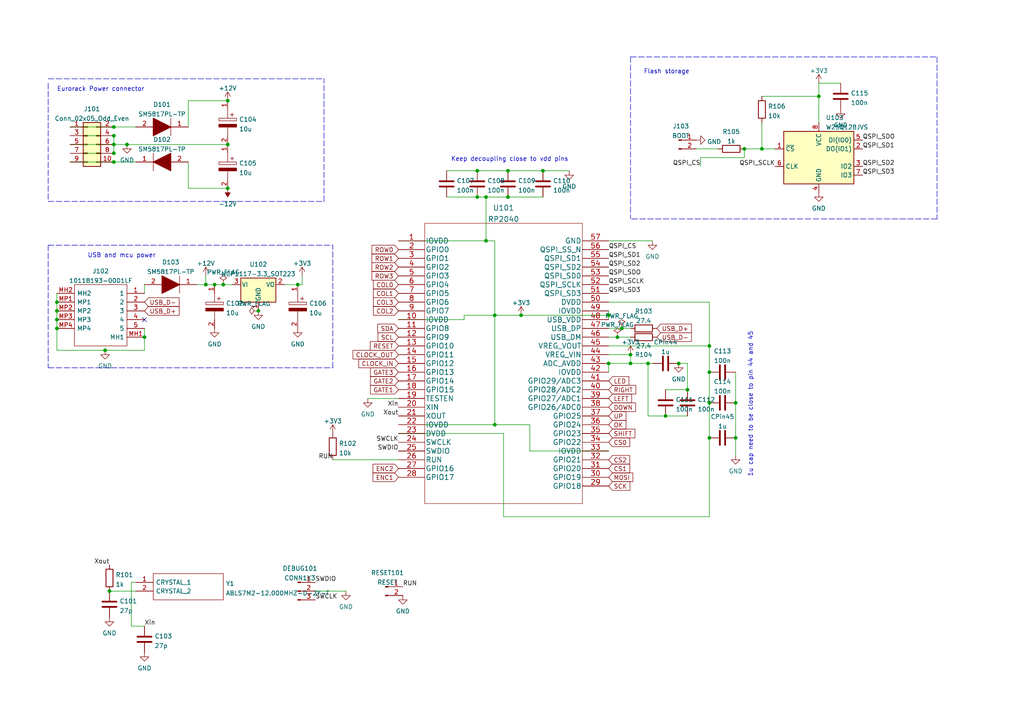
<source format=kicad_sch>
(kicad_sch (version 20211123) (generator eeschema)
  (paper "A4")
  (lib_symbols
    (symbol "Connector:Conn_01x02_Male" (pin_names (offset 1.016) hide)
      (property "Reference" "J" (at 0 2.54 0))
      (property "Value" "Conn_01x02_Male" (at 0 -5.08 0))
      (symbol "Conn_01x02_Male_1_1"
        (polyline (pts (xy 1.27 -2.54) (xy 0.8636 -2.54)) (stroke (width 0.1524)))
        (polyline (pts (xy 1.27 0) (xy 0.8636 0)) (stroke (width 0.1524)))
        (rectangle (start 0.8636 -2.413) (end 0 -2.667) (stroke (width 0.1524)) (fill (type outline)))
        (rectangle (start 0.8636 0.127) (end 0 -0.127) (stroke (width 0.1524)) (fill (type outline)))
        (pin passive line (at 5.08 0 180) (length 3.81) (name "Pin_1") (number "1"))
        (pin passive line (at 5.08 -2.54 180) (length 3.81) (name "Pin_2") (number "2"))
      )
    )
    (symbol "Connector:Conn_01x03_Male" (pin_names (offset 1.016) hide)
      (property "Reference" "J" (at 0 5.08 0))
      (property "Value" "Conn_01x03_Male" (at 0 -5.08 0))
      (symbol "Conn_01x03_Male_1_1"
        (polyline (pts (xy 1.27 -2.54) (xy 0.8636 -2.54)) (stroke (width 0.1524)))
        (polyline (pts (xy 1.27 0) (xy 0.8636 0)) (stroke (width 0.1524)))
        (polyline (pts (xy 1.27 2.54) (xy 0.8636 2.54)) (stroke (width 0.1524)))
        (rectangle (start 0.8636 -2.413) (end 0 -2.667) (stroke (width 0.1524)) (fill (type outline)))
        (rectangle (start 0.8636 0.127) (end 0 -0.127) (stroke (width 0.1524)) (fill (type outline)))
        (rectangle (start 0.8636 2.667) (end 0 2.413) (stroke (width 0.1524)) (fill (type outline)))
        (pin passive line (at 5.08 2.54 180) (length 3.81) (name "Pin_1") (number "1"))
        (pin passive line (at 5.08 0 180) (length 3.81) (name "Pin_2") (number "2"))
        (pin passive line (at 5.08 -2.54 180) (length 3.81) (name "Pin_3") (number "3"))
      )
    )
    (symbol "Connector_Generic:Conn_02x05_Odd_Even" (pin_names (offset 1.016) hide)
      (property "Reference" "J" (at 1.27 7.62 0))
      (property "Value" "Conn_02x05_Odd_Even" (at 1.27 -7.62 0))
      (symbol "Conn_02x05_Odd_Even_1_1"
        (rectangle (start -1.27 -4.953) (end 0 -5.207) (stroke (width 0.1524)))
        (rectangle (start -1.27 -2.413) (end 0 -2.667) (stroke (width 0.1524)))
        (rectangle (start -1.27 0.127) (end 0 -0.127) (stroke (width 0.1524)))
        (rectangle (start -1.27 2.667) (end 0 2.413) (stroke (width 0.1524)))
        (rectangle (start -1.27 5.207) (end 0 4.953) (stroke (width 0.1524)))
        (rectangle (start -1.27 6.35) (end 3.81 -6.35) (stroke (width 0.254)) (fill (type background)))
        (rectangle (start 3.81 -4.953) (end 2.54 -5.207) (stroke (width 0.1524)))
        (rectangle (start 3.81 -2.413) (end 2.54 -2.667) (stroke (width 0.1524)))
        (rectangle (start 3.81 0.127) (end 2.54 -0.127) (stroke (width 0.1524)))
        (rectangle (start 3.81 2.667) (end 2.54 2.413) (stroke (width 0.1524)))
        (rectangle (start 3.81 5.207) (end 2.54 4.953) (stroke (width 0.1524)))
        (pin passive line (at -5.08 5.08 0) (length 3.81) (name "Pin_1") (number "1"))
        (pin passive line (at 7.62 -5.08 180) (length 3.81) (name "Pin_10") (number "10"))
        (pin passive line (at 7.62 5.08 180) (length 3.81) (name "Pin_2") (number "2"))
        (pin passive line (at -5.08 2.54 0) (length 3.81) (name "Pin_3") (number "3"))
        (pin passive line (at 7.62 2.54 180) (length 3.81) (name "Pin_4") (number "4"))
        (pin passive line (at -5.08 0 0) (length 3.81) (name "Pin_5") (number "5"))
        (pin passive line (at 7.62 0 180) (length 3.81) (name "Pin_6") (number "6"))
        (pin passive line (at -5.08 -2.54 0) (length 3.81) (name "Pin_7") (number "7"))
        (pin passive line (at 7.62 -2.54 180) (length 3.81) (name "Pin_8") (number "8"))
        (pin passive line (at -5.08 -5.08 0) (length 3.81) (name "Pin_9") (number "9"))
      )
    )
    (symbol "Device:C" (pin_numbers hide) (pin_names (offset 0.254))
      (property "Reference" "C" (at 0.635 2.54 0))
      (property "Value" "C" (at 0.635 -2.54 0))
      (symbol "C_0_1"
        (polyline (pts (xy -2.032 -0.762) (xy 2.032 -0.762)) (stroke (width 0.508)))
        (polyline (pts (xy -2.032 0.762) (xy 2.032 0.762)) (stroke (width 0.508)))
      )
      (symbol "C_1_1"
        (pin passive line (at 0 3.81 270) (length 2.794) (name "~") (number "1"))
        (pin passive line (at 0 -3.81 90) (length 2.794) (name "~") (number "2"))
      )
    )
    (symbol "Device:R" (pin_numbers hide) (pin_names (offset 0))
      (property "Reference" "R" (at 2.032 0 90))
      (property "Value" "R" (at 0 0 90))
      (symbol "R_0_1"
        (rectangle (start -1.016 -2.54) (end 1.016 2.54) (stroke (width 0.254)))
      )
      (symbol "R_1_1"
        (pin passive line (at 0 3.81 270) (length 1.27) (name "~") (number "1"))
        (pin passive line (at 0 -3.81 90) (length 1.27) (name "~") (number "2"))
      )
    )
    (symbol "Memory_Flash:W25Q128JVS"
      (property "Reference" "U" (at -8.89 8.89 0))
      (property "Value" "W25Q128JVS" (at 7.62 8.89 0))
      (symbol "W25Q128JVS_0_1"
        (rectangle (start -10.16 7.62) (end 10.16 -7.62) (stroke (width 0.254)) (fill (type background)))
      )
      (symbol "W25Q128JVS_1_1"
        (pin input line (at -12.7 2.54 0) (length 2.54) (name "~{CS}") (number "1"))
        (pin bidirectional line (at 12.7 2.54 180) (length 2.54) (name "DO(IO1)") (number "2"))
        (pin bidirectional line (at 12.7 -2.54 180) (length 2.54) (name "IO2") (number "3"))
        (pin power_in line (at 0 -10.16 90) (length 2.54) (name "GND") (number "4"))
        (pin bidirectional line (at 12.7 5.08 180) (length 2.54) (name "DI(IO0)") (number "5"))
        (pin input line (at -12.7 -2.54 0) (length 2.54) (name "CLK") (number "6"))
        (pin bidirectional line (at 12.7 -5.08 180) (length 2.54) (name "IO3") (number "7"))
        (pin power_in line (at 0 10.16 270) (length 2.54) (name "VCC") (number "8"))
      )
    )
    (symbol "RP2040:RP2040" (pin_names (offset 0.254))
      (property "Reference" "U102" (at 30.48 9.5474 0))
      (property "Value" "RP2040" (at 30.48 6.2684 0))
      (symbol "RP2040_1_1"
        (polyline (pts (xy 7.62 -76.2) (xy 53.34 -76.2)) (stroke (width 0.127)))
        (polyline (pts (xy 7.62 5.08) (xy 7.62 -76.2)) (stroke (width 0.127)))
        (polyline (pts (xy 53.34 -76.2) (xy 53.34 5.08)) (stroke (width 0.127)))
        (polyline (pts (xy 53.34 5.08) (xy 7.62 5.08)) (stroke (width 0.127)))
        (pin power_in line (at 0 0 0) (length 7.62) (name "IOVDD") (number "1"))
        (pin power_in line (at 0 -22.86 0) (length 7.62) (name "IOVDD") (number "10"))
        (pin bidirectional line (at 0 -25.4 0) (length 7.62) (name "GPIO8") (number "11"))
        (pin bidirectional line (at 0 -27.94 0) (length 7.62) (name "GPIO9") (number "12"))
        (pin bidirectional line (at 0 -30.48 0) (length 7.62) (name "GPIO10") (number "13"))
        (pin bidirectional line (at 0 -33.02 0) (length 7.62) (name "GPIO11") (number "14"))
        (pin bidirectional line (at 0 -35.56 0) (length 7.62) (name "GPIO12") (number "15"))
        (pin bidirectional line (at 0 -38.1 0) (length 7.62) (name "GPIO13") (number "16"))
        (pin bidirectional line (at 0 -40.64 0) (length 7.62) (name "GPIO14") (number "17"))
        (pin bidirectional line (at 0 -43.18 0) (length 7.62) (name "GPIO15") (number "18"))
        (pin passive line (at 0 -45.72 0) (length 7.62) (name "TESTEN") (number "19"))
        (pin bidirectional line (at 0 -2.54 0) (length 7.62) (name "GPIO0") (number "2"))
        (pin input line (at 0 -48.26 0) (length 7.62) (name "XIN") (number "20"))
        (pin output line (at 0 -50.8 0) (length 7.62) (name "XOUT") (number "21"))
        (pin power_in line (at 0 -53.34 0) (length 7.62) (name "IOVDD") (number "22"))
        (pin power_in line (at 0 -55.88 0) (length 7.62) (name "DVDD") (number "23"))
        (pin bidirectional line (at 0 -58.42 0) (length 7.62) (name "SWCLK") (number "24"))
        (pin bidirectional line (at 0 -60.96 0) (length 7.62) (name "SWDIO") (number "25"))
        (pin bidirectional line (at 0 -63.5 0) (length 7.62) (name "RUN") (number "26"))
        (pin bidirectional line (at 0 -66.04 0) (length 7.62) (name "GPIO16") (number "27"))
        (pin bidirectional line (at 0 -68.58 0) (length 7.62) (name "GPIO17") (number "28"))
        (pin bidirectional line (at 60.96 -71.12 180) (length 7.62) (name "GPIO18") (number "29"))
        (pin bidirectional line (at 0 -5.08 0) (length 7.62) (name "GPIO1") (number "3"))
        (pin bidirectional line (at 60.96 -68.58 180) (length 7.62) (name "GPIO19") (number "30"))
        (pin bidirectional line (at 60.96 -66.04 180) (length 7.62) (name "GPIO20") (number "31"))
        (pin bidirectional line (at 60.96 -63.5 180) (length 7.62) (name "GPIO21") (number "32"))
        (pin power_in line (at 60.96 -60.96 180) (length 7.62) (name "IOVDD") (number "33"))
        (pin bidirectional line (at 60.96 -58.42 180) (length 7.62) (name "GPIO22") (number "34"))
        (pin bidirectional line (at 60.96 -55.88 180) (length 7.62) (name "GPIO23") (number "35"))
        (pin bidirectional line (at 60.96 -53.34 180) (length 7.62) (name "GPIO24") (number "36"))
        (pin bidirectional line (at 60.96 -50.8 180) (length 7.62) (name "GPIO25") (number "37"))
        (pin bidirectional line (at 60.96 -48.26 180) (length 7.62) (name "GPIO26/ADC0") (number "38"))
        (pin bidirectional line (at 60.96 -45.72 180) (length 7.62) (name "GPIO27/ADC1") (number "39"))
        (pin bidirectional line (at 0 -7.62 0) (length 7.62) (name "GPIO2") (number "4"))
        (pin bidirectional line (at 60.96 -43.18 180) (length 7.62) (name "GPIO28/ADC2") (number "40"))
        (pin bidirectional line (at 60.96 -40.64 180) (length 7.62) (name "GPIO29/ADC3") (number "41"))
        (pin power_in line (at 60.96 -38.1 180) (length 7.62) (name "IOVDD") (number "42"))
        (pin power_in line (at 60.96 -35.56 180) (length 7.62) (name "ADC_AVDD") (number "43"))
        (pin input line (at 60.96 -33.02 180) (length 7.62) (name "VREG_VIN") (number "44"))
        (pin power_out line (at 60.96 -30.48 180) (length 7.62) (name "VREG_VOUT") (number "45"))
        (pin power_in line (at 60.96 -27.94 180) (length 7.62) (name "USB_DM") (number "46"))
        (pin power_in line (at 60.96 -25.4 180) (length 7.62) (name "USB_DP") (number "47"))
        (pin power_in line (at 60.96 -22.86 180) (length 7.62) (name "USB_VDD") (number "48"))
        (pin power_in line (at 60.96 -20.32 180) (length 7.62) (name "IOVDD") (number "49"))
        (pin bidirectional line (at 0 -10.16 0) (length 7.62) (name "GPIO3") (number "5"))
        (pin power_in line (at 60.96 -17.78 180) (length 7.62) (name "DVDD") (number "50"))
        (pin bidirectional line (at 60.96 -15.24 180) (length 7.62) (name "QSPI_SD3") (number "51"))
        (pin bidirectional line (at 60.96 -12.7 180) (length 7.62) (name "QSPI_SCLK") (number "52"))
        (pin bidirectional line (at 60.96 -10.16 180) (length 7.62) (name "QSPI_SD0") (number "53"))
        (pin bidirectional line (at 60.96 -7.62 180) (length 7.62) (name "QSPI_SD2") (number "54"))
        (pin bidirectional line (at 60.96 -5.08 180) (length 7.62) (name "QSPI_SD1") (number "55"))
        (pin bidirectional line (at 60.96 -2.54 180) (length 7.62) (name "QSPI_SS_N") (number "56"))
        (pin power_in line (at 60.96 0 180) (length 7.62) (name "GND") (number "57"))
        (pin bidirectional line (at 0 -12.7 0) (length 7.62) (name "GPIO4") (number "6"))
        (pin bidirectional line (at 0 -15.24 0) (length 7.62) (name "GPIO5") (number "7"))
        (pin bidirectional line (at 0 -17.78 0) (length 7.62) (name "GPIO6") (number "8"))
        (pin bidirectional line (at 0 -20.32 0) (length 7.62) (name "GPIO7") (number "9"))
      )
    )
    (symbol "Regulator_Linear:NCP1117-3.3_SOT223" (pin_names (offset 0.254))
      (property "Reference" "U" (at -3.81 3.175 0))
      (property "Value" "NCP1117-3.3_SOT223" (at 0 3.175 0))
      (symbol "NCP1117-3.3_SOT223_0_1"
        (rectangle (start -5.08 -5.08) (end 5.08 1.905) (stroke (width 0.254)) (fill (type background)))
      )
      (symbol "NCP1117-3.3_SOT223_1_1"
        (pin power_in line (at 0 -7.62 90) (length 2.54) (name "GND") (number "1"))
        (pin power_out line (at 7.62 0 180) (length 2.54) (name "VO") (number "2"))
        (pin power_in line (at -7.62 0 0) (length 2.54) (name "VI") (number "3"))
      )
    )
    (symbol "power:+12V" (power) (pin_names (offset 0))
      (property "Value" "+12V" (at 0 3.556 0))
      (symbol "+12V_0_1"
        (polyline (pts (xy -0.762 1.27) (xy 0 2.54)))
        (polyline (pts (xy 0 0) (xy 0 2.54)))
        (polyline (pts (xy 0 2.54) (xy 0.762 1.27)))
      )
      (symbol "+12V_1_1"
        (pin power_in line (at 0 0 90) (length 0) hide (name "+12V") (number "1"))
      )
    )
    (symbol "power:+3.3V" (power) (pin_names (offset 0))
      (property "Value" "+3.3V" (at 0 3.556 0))
      (symbol "+3.3V_0_1"
        (polyline (pts (xy -0.762 1.27) (xy 0 2.54)))
        (polyline (pts (xy 0 0) (xy 0 2.54)))
        (polyline (pts (xy 0 2.54) (xy 0.762 1.27)))
      )
      (symbol "+3.3V_1_1"
        (pin power_in line (at 0 0 90) (length 0) hide (name "+3V3") (number "1"))
      )
    )
    (symbol "power:+3V3" (power) (pin_names (offset 0))
      (property "Value" "+3V3" (at 0 3.556 0))
      (symbol "+3V3_0_1"
        (polyline (pts (xy -0.762 1.27) (xy 0 2.54)))
        (polyline (pts (xy 0 0) (xy 0 2.54)))
        (polyline (pts (xy 0 2.54) (xy 0.762 1.27)))
      )
      (symbol "+3V3_1_1"
        (pin power_in line (at 0 0 90) (length 0) hide (name "+3V3") (number "1"))
      )
    )
    (symbol "power:-12V" (power) (pin_names (offset 0))
      (property "Value" "-12V" (at 0 3.81 0))
      (symbol "-12V_0_0"
        (pin power_in line (at 0 0 90) (length 0) hide (name "-12V") (number "1"))
      )
      (symbol "-12V_0_1"
        (polyline (pts (xy 0 0) (xy 0 1.27) (xy 0.762 1.27) (xy 0 2.54) (xy -0.762 1.27) (xy 0 1.27)) (fill (type outline)))
      )
    )
    (symbol "power:GND" (power) (pin_names (offset 0))
      (property "Value" "GND" (at 0 -3.81 0))
      (symbol "GND_0_1"
        (polyline (pts (xy 0 0) (xy 0 -1.27) (xy 1.27 -1.27) (xy 0 -2.54) (xy -1.27 -1.27) (xy 0 -1.27)))
      )
      (symbol "GND_1_1"
        (pin power_in line (at 0 0 270) (length 0) hide (name "GND") (number "1"))
      )
    )
    (symbol "power:PWR_FLAG" (power) (pin_numbers hide) (pin_names (offset 0) hide)
      (property "Value" "PWR_FLAG" (at 0 3.81 0))
      (symbol "PWR_FLAG_0_0"
        (pin power_out line (at 0 0 90) (length 0) (name "pwr") (number "1"))
      )
      (symbol "PWR_FLAG_0_1"
        (polyline (pts (xy 0 0) (xy 0 1.27) (xy -1.016 1.905) (xy 0 2.54) (xy 1.016 1.905) (xy 0 1.27)))
      )
    )
    (symbol "samsys:10118193-0001LF" (pin_names (offset 0.762))
      (property "Reference" "J" (at 21.59 7.62 0))
      (property "Value" "10118193-0001LF" (at 21.59 5.08 0))
      (symbol "10118193-0001LF_0_0"
        (pin passive line (at 0 0 0) (length 5.08) (name "1") (number "1"))
        (pin passive line (at 0 -2.54 0) (length 5.08) (name "2") (number "2"))
        (pin passive line (at 0 -5.08 0) (length 5.08) (name "3") (number "3"))
        (pin passive line (at 0 -7.62 0) (length 5.08) (name "4") (number "4"))
        (pin passive line (at 0 -10.16 0) (length 5.08) (name "5") (number "5"))
        (pin passive line (at 0 -12.7 0) (length 5.08) (name "MH1") (number "MH1"))
        (pin passive line (at 25.4 0 180) (length 5.08) (name "MH2") (number "MH2"))
        (pin passive line (at 25.4 -2.54 180) (length 5.08) (name "MP1") (number "MP1"))
        (pin passive line (at 25.4 -5.08 180) (length 5.08) (name "MP2") (number "MP2"))
        (pin passive line (at 25.4 -7.62 180) (length 5.08) (name "MP3") (number "MP3"))
        (pin passive line (at 25.4 -10.16 180) (length 5.08) (name "MP4") (number "MP4"))
      )
      (symbol "10118193-0001LF_0_1"
        (polyline (pts (xy 5.08 2.54) (xy 20.32 2.54) (xy 20.32 -15.24) (xy 5.08 -15.24) (xy 5.08 2.54)) (stroke (width 0.1524)))
      )
    )
    (symbol "samsys:865230340001" (pin_names (offset 0.762))
      (property "Reference" "C" (at 8.89 6.35 0))
      (property "Value" "865230340001" (at 8.89 3.81 0))
      (symbol "865230340001_0_0"
        (pin passive line (at 0 0 0) (length 2.54) (name "~") (number "1"))
        (pin passive line (at 12.7 0 180) (length 2.54) (name "~") (number "2"))
      )
      (symbol "865230340001_0_1"
        (polyline (pts (xy 2.54 0) (xy 5.08 0)) (stroke (width 0.1524)))
        (polyline (pts (xy 4.064 1.778) (xy 4.064 0.762)) (stroke (width 0.1524)))
        (polyline (pts (xy 4.572 1.27) (xy 3.556 1.27)) (stroke (width 0.1524)))
        (polyline (pts (xy 7.62 0) (xy 10.16 0)) (stroke (width 0.1524)))
        (polyline (pts (xy 5.08 2.54) (xy 5.08 -2.54) (xy 5.842 -2.54) (xy 5.842 2.54) (xy 5.08 2.54)) (stroke (width 0.1524)))
        (polyline (pts (xy 7.62 2.54) (xy 7.62 -2.54) (xy 6.858 -2.54) (xy 6.858 2.54) (xy 7.62 2.54)) (stroke (width 0.254)) (fill (type outline)))
      )
    )
    (symbol "samsys:ABLS7M2-12.000MHZ-D-2Y-T" (pin_names (offset 0.762))
      (property "Reference" "Y" (at 26.67 7.62 0))
      (property "Value" "ABLS7M2-12.000MHZ-D-2Y-T" (at 26.67 5.08 0))
      (symbol "ABLS7M2-12.000MHZ-D-2Y-T_0_0"
        (pin passive line (at 0 0 0) (length 5.08) (name "CRYSTAL_1") (number "1"))
        (pin passive line (at 0 -2.54 0) (length 5.08) (name "CRYSTAL_2") (number "2"))
      )
      (symbol "ABLS7M2-12.000MHZ-D-2Y-T_0_1"
        (polyline (pts (xy 5.08 2.54) (xy 25.4 2.54) (xy 25.4 -5.08) (xy 5.08 -5.08) (xy 5.08 2.54)) (stroke (width 0.1524)))
      )
    )
    (symbol "samsys:SM5817PL-TP" (pin_names (offset 0.762))
      (property "Reference" "D" (at 11.43 5.08 0))
      (property "Value" "SM5817PL-TP" (at 11.43 2.54 0))
      (symbol "SM5817PL-TP_0_0"
        (pin passive line (at 0 0 0) (length 5.08) (name "~") (number "1"))
        (pin passive line (at 15.24 0 180) (length 5.08) (name "~") (number "2"))
      )
      (symbol "SM5817PL-TP_0_1"
        (polyline (pts (xy 5.08 2.54) (xy 5.08 -2.54)) (stroke (width 0.1524)))
        (polyline (pts (xy 5.08 0) (xy 10.16 2.54) (xy 10.16 -2.54) (xy 5.08 0)) (stroke (width 0.254)) (fill (type outline)))
      )
    )
  )
  (junction (at 182.88 102.87))
  (junction (at 33.02 46.99))
  (junction (at 33.02 39.37))
  (junction (at 33.02 41.91))
  (junction (at 66.04 41.91))
  (junction (at 205.74 107.95))
  (junction (at 64.77 82.55))
  (junction (at 62.23 82.55))
  (junction (at 179.07 97.79))
  (junction (at 30.48 101.6))
  (junction (at 59.69 82.55))
  (junction (at 143.51 91.44))
  (junction (at 86.36 82.55))
  (junction (at 215.9 43.18))
  (junction (at 143.51 123.19))
  (junction (at 140.97 57.15))
  (junction (at 66.04 54.61))
  (junction (at 176.53 105.41))
  (junction (at 176.53 91.44))
  (junction (at 199.39 113.03))
  (junction (at 213.36 116.84))
  (junction (at 196.85 105.41))
  (junction (at 16.51 90.17))
  (junction (at 213.36 127))
  (junction (at 33.02 36.83))
  (junction (at 220.98 43.18))
  (junction (at 66.04 29.21))
  (junction (at 16.51 87.63))
  (junction (at 205.74 116.84))
  (junction (at 182.88 105.41))
  (junction (at 138.43 57.15))
  (junction (at 205.74 100.33))
  (junction (at 16.51 92.71))
  (junction (at 138.43 49.53))
  (junction (at 187.96 105.41))
  (junction (at 33.02 44.45))
  (junction (at 16.51 95.25))
  (junction (at 147.32 49.53))
  (junction (at 41.91 97.79))
  (junction (at 140.97 69.85))
  (junction (at 31.75 171.45))
  (junction (at 205.74 127))
  (junction (at 74.93 90.17))
  (junction (at 151.13 91.44))
  (junction (at 147.32 57.15))
  (junction (at 36.83 41.91))
  (junction (at 193.04 120.65))
  (junction (at 180.34 95.25))
  (junction (at 237.49 27.94))
  (junction (at 157.48 49.53))
  (no_connect (at 41.91 92.71))
  (wire (pts (xy 115.57 69.85) (xy 140.97 69.85)))
  (wire (pts (xy 153.67 130.81) (xy 153.67 123.19)))
  (wire (pts (xy 140.97 57.15) (xy 147.32 57.15)))
  (wire (pts (xy 138.43 57.15) (xy 140.97 57.15)))
  (wire (pts (xy 115.57 125.73) (xy 146.05 125.73)))
  (wire (pts (xy 86.36 82.55) (xy 87.63 82.55)))
  (wire (pts (xy 199.39 105.41) (xy 196.85 105.41)))
  (wire (pts (xy 151.13 91.44) (xy 143.51 91.44)))
  (wire (pts (xy 205.74 116.84) (xy 205.74 107.95)))
  (wire (pts (xy 38.1 168.91) (xy 38.1 181.61)))
  (wire (pts (xy 193.04 120.65) (xy 199.39 120.65)))
  (wire (pts (xy 176.53 87.63) (xy 205.74 87.63)))
  (wire (pts (xy 140.97 69.85) (xy 143.51 69.85)))
  (polyline (pts (xy 13.97 58.42) (xy 93.98 58.42)))
  (wire (pts (xy 153.67 123.19) (xy 143.51 123.19)))
  (wire (pts (xy 205.74 107.95) (xy 205.74 100.33)))
  (polyline (pts (xy 13.97 24.13) (xy 13.97 58.42)))
  (wire (pts (xy 20.32 39.37) (xy 33.02 39.37)))
  (wire (pts (xy 91.44 171.45) (xy 100.33 171.45)))
  (wire (pts (xy 62.23 82.55) (xy 64.77 82.55)))
  (wire (pts (xy 33.02 41.91) (xy 36.83 41.91)))
  (wire (pts (xy 30.48 101.6) (xy 41.91 101.6)))
  (wire (pts (xy 16.51 90.17) (xy 16.51 92.71)))
  (wire (pts (xy 176.53 91.44) (xy 151.13 91.44)))
  (wire (pts (xy 96.52 133.35) (xy 115.57 133.35)))
  (wire (pts (xy 215.9 45.72) (xy 203.2 45.72)))
  (wire (pts (xy 199.39 113.03) (xy 199.39 105.41)))
  (wire (pts (xy 180.34 95.25) (xy 182.88 95.25)))
  (wire (pts (xy 33.02 36.83) (xy 39.37 36.83)))
  (wire (pts (xy 176.53 105.41) (xy 182.88 105.41)))
  (wire (pts (xy 57.15 82.55) (xy 59.69 82.55)))
  (wire (pts (xy 87.63 80.01) (xy 87.63 82.55)))
  (wire (pts (xy 129.54 57.15) (xy 138.43 57.15)))
  (wire (pts (xy 205.74 127) (xy 205.74 116.84)))
  (polyline (pts (xy 93.98 58.42) (xy 93.98 22.86)))
  (wire (pts (xy 66.04 29.21) (xy 54.61 29.21)))
  (wire (pts (xy 20.32 41.91) (xy 33.02 41.91)))
  (wire (pts (xy 33.02 39.37) (xy 33.02 41.91)))
  (wire (pts (xy 41.91 101.6) (xy 41.91 97.79)))
  (polyline (pts (xy 13.97 106.68) (xy 96.52 106.68)))
  (wire (pts (xy 237.49 24.13) (xy 237.49 27.94)))
  (wire (pts (xy 176.53 130.81) (xy 153.67 130.81)))
  (wire (pts (xy 36.83 41.91) (xy 66.04 41.91)))
  (wire (pts (xy 187.96 120.65) (xy 193.04 120.65)))
  (wire (pts (xy 134.62 92.71) (xy 115.57 92.71)))
  (wire (pts (xy 143.51 91.44) (xy 143.51 123.19)))
  (wire (pts (xy 187.96 105.41) (xy 189.23 105.41)))
  (wire (pts (xy 205.74 87.63) (xy 205.74 100.33)))
  (wire (pts (xy 143.51 91.44) (xy 134.62 91.44)))
  (wire (pts (xy 176.53 69.85) (xy 189.23 69.85)))
  (wire (pts (xy 143.51 91.44) (xy 143.51 69.85)))
  (wire (pts (xy 41.91 82.55) (xy 41.91 85.09)))
  (wire (pts (xy 213.36 107.95) (xy 213.36 116.84)))
  (wire (pts (xy 82.55 82.55) (xy 86.36 82.55)))
  (wire (pts (xy 140.97 57.15) (xy 140.97 69.85)))
  (wire (pts (xy 220.98 35.56) (xy 220.98 43.18)))
  (wire (pts (xy 176.53 91.44) (xy 176.53 92.71)))
  (wire (pts (xy 201.93 43.18) (xy 208.28 43.18)))
  (wire (pts (xy 38.1 181.61) (xy 41.91 181.61)))
  (wire (pts (xy 213.36 127) (xy 213.36 132.08)))
  (wire (pts (xy 143.51 123.19) (xy 115.57 123.19)))
  (wire (pts (xy 41.91 95.25) (xy 41.91 97.79)))
  (wire (pts (xy 146.05 125.73) (xy 146.05 149.86)))
  (wire (pts (xy 220.98 27.94) (xy 237.49 27.94)))
  (wire (pts (xy 193.04 113.03) (xy 199.39 113.03)))
  (polyline (pts (xy 96.52 106.68) (xy 96.52 71.12)))
  (wire (pts (xy 20.32 46.99) (xy 33.02 46.99)))
  (wire (pts (xy 179.07 97.79) (xy 182.88 97.79)))
  (wire (pts (xy 220.98 43.18) (xy 224.79 43.18)))
  (polyline (pts (xy 182.88 16.51) (xy 271.78 16.51)))
  (wire (pts (xy 213.36 116.84) (xy 213.36 127)))
  (wire (pts (xy 33.02 46.99) (xy 39.37 46.99)))
  (wire (pts (xy 16.51 101.6) (xy 30.48 101.6)))
  (wire (pts (xy 138.43 49.53) (xy 147.32 49.53)))
  (wire (pts (xy 147.32 49.53) (xy 157.48 49.53)))
  (polyline (pts (xy 13.97 71.12) (xy 96.52 71.12)))
  (wire (pts (xy 106.68 115.57) (xy 115.57 115.57)))
  (wire (pts (xy 182.88 102.87) (xy 182.88 105.41)))
  (polyline (pts (xy 271.78 63.5) (xy 182.88 63.5)))
  (wire (pts (xy 59.69 80.01) (xy 59.69 82.55)))
  (wire (pts (xy 20.32 36.83) (xy 33.02 36.83)))
  (wire (pts (xy 64.77 82.55) (xy 67.31 82.55)))
  (polyline (pts (xy 182.88 16.51) (xy 182.88 63.5)))
  (wire (pts (xy 203.2 45.72) (xy 203.2 48.26)))
  (wire (pts (xy 182.88 105.41) (xy 187.96 105.41)))
  (wire (pts (xy 176.53 95.25) (xy 180.34 95.25)))
  (wire (pts (xy 59.69 82.55) (xy 62.23 82.55)))
  (wire (pts (xy 16.51 87.63) (xy 16.51 90.17)))
  (wire (pts (xy 134.62 91.44) (xy 134.62 92.71)))
  (wire (pts (xy 187.96 105.41) (xy 187.96 120.65)))
  (polyline (pts (xy 271.78 16.51) (xy 271.78 63.5)))
  (wire (pts (xy 39.37 168.91) (xy 38.1 168.91)))
  (wire (pts (xy 16.51 92.71) (xy 16.51 95.25)))
  (wire (pts (xy 54.61 29.21) (xy 54.61 36.83)))
  (wire (pts (xy 16.51 85.09) (xy 16.51 87.63)))
  (wire (pts (xy 205.74 149.86) (xy 205.74 127)))
  (polyline (pts (xy 13.97 71.12) (xy 13.97 106.68)))
  (wire (pts (xy 215.9 43.18) (xy 215.9 45.72)))
  (wire (pts (xy 16.51 95.25) (xy 16.51 101.6)))
  (wire (pts (xy 54.61 54.61) (xy 54.61 46.99)))
  (wire (pts (xy 205.74 100.33) (xy 176.53 100.33)))
  (wire (pts (xy 243.84 24.13) (xy 237.49 24.13)))
  (wire (pts (xy 66.04 54.61) (xy 54.61 54.61)))
  (wire (pts (xy 176.53 90.17) (xy 176.53 91.44)))
  (wire (pts (xy 146.05 149.86) (xy 205.74 149.86)))
  (wire (pts (xy 176.53 105.41) (xy 176.53 107.95)))
  (wire (pts (xy 176.53 102.87) (xy 182.88 102.87)))
  (wire (pts (xy 20.32 44.45) (xy 33.02 44.45)))
  (wire (pts (xy 176.53 97.79) (xy 179.07 97.79)))
  (wire (pts (xy 129.54 49.53) (xy 138.43 49.53)))
  (wire (pts (xy 215.9 43.18) (xy 220.98 43.18)))
  (wire (pts (xy 237.49 27.94) (xy 237.49 35.56)))
  (wire (pts (xy 33.02 41.91) (xy 33.02 44.45)))
  (wire (pts (xy 157.48 49.53) (xy 165.1 49.53)))
  (wire (pts (xy 147.32 57.15) (xy 157.48 57.15)))
  (wire (pts (xy 31.75 171.45) (xy 39.37 171.45)))
  (polyline (pts (xy 13.97 22.86) (xy 93.98 22.86)))
  (text "USB and mcu power\n" (at 25.4 74.93 0) (effects (font (size 1.27 1.27)) (justify left bottom)))
  (text "1u cap need to be close to pin 44 and 45" (at 218.44 138.43 90) (effects (font (size 1.27 1.27)) (justify left bottom)))
  (text "Flash storage\n" (at 186.69 21.59 0) (effects (font (size 1.27 1.27)) (justify left bottom)))
  (text "Eurorack Power connector" (at 16.51 26.67 0) (effects (font (size 1.27 1.27)) (justify left bottom)))
  (text "Keep decoupling close to vdd pins" (at 130.81 46.99 0) (effects (font (size 1.27 1.27)) (justify left bottom)))
  (label "Xout" (at 115.57 120.65 180))
  (label "QSPI_SCLK" (at 176.53 82.55 0))
  (label "SWDIO" (at 91.44 168.91 0))
  (label "QSPI_SD3" (at 176.53 85.09 0))
  (label "QSPI_SCLK" (at 224.79 48.26 180))
  (label "RUN" (at 96.52 133.35 180))
  (label "QSPI_CS" (at 203.2 48.26 180))
  (label "Xout" (at 31.75 163.83 180))
  (label "QSPI_SD2" (at 250.19 48.26 0))
  (label "QSPI_CS" (at 176.53 72.39 0))
  (label "RUN" (at 116.84 170.18 0))
  (label "QSPI_SD2" (at 176.53 77.47 0))
  (label "QSPI_SD1" (at 176.53 74.93 0))
  (label "SWCLK" (at 91.44 173.99 0))
  (label "QSPI_SDO" (at 176.53 80.01 0))
  (label "SWCLK" (at 115.57 128.27 180))
  (label "SWDIO" (at 115.57 130.81 180))
  (label "QSPI_SDO" (at 250.19 40.64 0))
  (label "QSPI_SD3" (at 250.19 50.8 0))
  (label "Xin" (at 115.57 118.11 180))
  (label "Xin" (at 41.91 181.61 0))
  (label "QSPI_SD1" (at 250.19 43.18 0))
  (global_label "ROW0" (shape input) (at 115.57 72.39 180) (property "Intersheet References" "${INTERSHEET_REFS}" (effects hide)))
  (global_label "USB_D+" (shape input) (at 41.91 90.17 0) (property "Intersheet References" "${INTERSHEET_REFS}" (effects hide)))
  (global_label "CS2" (shape input) (at 176.53 133.35 0) (property "Intersheet References" "${INTERSHEET_REFS}" (effects hide)))
  (global_label "OK" (shape input) (at 176.53 123.19 0) (property "Intersheet References" "${INTERSHEET_REFS}" (effects hide)))
  (global_label "GATE1" (shape input) (at 115.57 113.03 180) (property "Intersheet References" "${INTERSHEET_REFS}" (effects hide)))
  (global_label "COL2" (shape input) (at 115.57 90.17 180) (property "Intersheet References" "${INTERSHEET_REFS}" (effects hide)))
  (global_label "UP" (shape input) (at 176.53 120.65 0) (property "Intersheet References" "${INTERSHEET_REFS}" (effects hide)))
  (global_label "ROW1" (shape input) (at 115.57 74.93 180) (property "Intersheet References" "${INTERSHEET_REFS}" (effects hide)))
  (global_label "CLOCK_IN" (shape input) (at 115.57 105.41 180) (property "Intersheet References" "${INTERSHEET_REFS}" (effects hide)))
  (global_label "GATE3" (shape input) (at 115.57 107.95 180) (property "Intersheet References" "${INTERSHEET_REFS}" (effects hide)))
  (global_label "SHIFT" (shape input) (at 176.53 125.73 0) (property "Intersheet References" "${INTERSHEET_REFS}" (effects hide)))
  (global_label "RESET" (shape input) (at 115.57 100.33 180) (property "Intersheet References" "${INTERSHEET_REFS}" (effects hide)))
  (global_label "GATE2" (shape input) (at 115.57 110.49 180) (property "Intersheet References" "${INTERSHEET_REFS}" (effects hide)))
  (global_label "SDA" (shape input) (at 115.57 95.25 180) (property "Intersheet References" "${INTERSHEET_REFS}" (effects hide)))
  (global_label "LEFT" (shape input) (at 176.53 115.57 0) (property "Intersheet References" "${INTERSHEET_REFS}" (effects hide)))
  (global_label "ROW2" (shape input) (at 115.57 77.47 180) (property "Intersheet References" "${INTERSHEET_REFS}" (effects hide)))
  (global_label "SCL" (shape input) (at 115.57 97.79 180) (property "Intersheet References" "${INTERSHEET_REFS}" (effects hide)))
  (global_label "CS0" (shape input) (at 176.53 128.27 0) (property "Intersheet References" "${INTERSHEET_REFS}" (effects hide)))
  (global_label "LED" (shape input) (at 176.53 110.49 0) (property "Intersheet References" "${INTERSHEET_REFS}" (effects hide)))
  (global_label "RIGHT" (shape input) (at 176.53 113.03 0) (property "Intersheet References" "${INTERSHEET_REFS}" (effects hide)))
  (global_label "COL1" (shape input) (at 115.57 85.09 180) (property "Intersheet References" "${INTERSHEET_REFS}" (effects hide)))
  (global_label "DOWN" (shape input) (at 176.53 118.11 0) (property "Intersheet References" "${INTERSHEET_REFS}" (effects hide)))
  (global_label "USB_D-" (shape input) (at 41.91 87.63 0) (property "Intersheet References" "${INTERSHEET_REFS}" (effects hide)))
  (global_label "COL0" (shape input) (at 115.57 82.55 180) (property "Intersheet References" "${INTERSHEET_REFS}" (effects hide)))
  (global_label "ENC1" (shape input) (at 115.57 138.43 180) (property "Intersheet References" "${INTERSHEET_REFS}" (effects hide)))
  (global_label "MOSI" (shape input) (at 176.53 138.43 0) (property "Intersheet References" "${INTERSHEET_REFS}" (effects hide)))
  (global_label "USB_D-" (shape input) (at 190.5 97.79 0) (property "Intersheet References" "${INTERSHEET_REFS}" (effects hide)))
  (global_label "ROW3" (shape input) (at 115.57 80.01 180) (property "Intersheet References" "${INTERSHEET_REFS}" (effects hide)))
  (global_label "CS1" (shape input) (at 176.53 135.89 0) (property "Intersheet References" "${INTERSHEET_REFS}" (effects hide)))
  (global_label "USB_D+" (shape input) (at 190.5 95.25 0) (property "Intersheet References" "${INTERSHEET_REFS}" (effects hide)))
  (global_label "COL3" (shape input) (at 115.57 87.63 180) (property "Intersheet References" "${INTERSHEET_REFS}" (effects hide)))
  (global_label "CLOCK_OUT" (shape input) (at 115.57 102.87 180) (property "Intersheet References" "${INTERSHEET_REFS}" (effects hide)))
  (global_label "ENC2" (shape input) (at 115.57 135.89 180) (property "Intersheet References" "${INTERSHEET_REFS}" (effects hide)))
  (global_label "SCK" (shape input) (at 176.53 140.97 0) (property "Intersheet References" "${INTERSHEET_REFS}" (effects hide)))
  (symbol (lib_id "power:GND") (at 74.93 90.17 0) (unit 1)
    (property "Reference" "#PWR0113" (effects hide))
    (property "Value" "GND" (at 74.93 94.7325 0))
  )
  (symbol (lib_id "samsys:10118193-0001LF") (at 41.91 85.09 0) (mirror y) (unit 1)
    (property "Reference" "J102" (at 29.21 78.6343 0))
    (property "Value" "10118193-0001LF" (at 29.21 81.4094 0))
    (property "Footprint" "101181930001LF" (effects hide))
    (property "Datasheet" "https://datasheet.datasheetarchive.com/originals/distributors/Datasheets_SAMA/035be5b62fc6b7a9cadde58b72893b5e.pdf" (effects hide))
    (property "Description" "USB Connectors 5P MICRO USB TYPE B RECEPTACLE W/ PEGS" (effects hide))
    (property "Height" "3.1" (effects hide))
    (property "Mouser Part Number" "649-10118193-0001LF" (effects hide))
    (property "Mouser Price/Stock" "https://www.mouser.co.uk/ProductDetail/Amphenol-FCI/10118193-0001LF?qs=Ywefl8B65e63Nsqd%252B8HZaQ%3D%3D" (effects hide))
    (property "Manufacturer_Name" "Amphenol" (effects hide))
    (property "Manufacturer_Part_Number" "10118193-0001LF" (effects hide))
  )
  (symbol (lib_id "power:GND") (at 31.75 179.07 0) (unit 1)
    (property "Reference" "#PWR0118" (effects hide))
    (property "Value" "GND" (at 31.75 183.6325 0))
  )
  (symbol (lib_id "power:GND") (at 189.23 69.85 0) (unit 1)
    (property "Reference" "#PWR0104" (effects hide))
    (property "Value" "GND" (at 189.23 74.4125 0))
  )
  (symbol (lib_id "power:GND") (at 106.68 115.57 0) (unit 1)
    (property "Reference" "#PWR0116" (effects hide))
    (property "Value" "GND" (at 106.68 120.1325 0))
  )
  (symbol (lib_id "power:GND") (at 237.49 55.88 0) (unit 1)
    (property "Reference" "#PWR0105" (effects hide))
    (property "Value" "GND" (at 237.49 60.4425 0))
  )
  (symbol (lib_id "power:GND") (at 100.33 171.45 0) (unit 1)
    (property "Reference" "#PWR0119" (effects hide))
    (property "Value" "GND" (at 100.33 176.0125 0))
  )
  (symbol (lib_id "power:GND") (at 41.91 189.23 0) (unit 1)
    (property "Reference" "#PWR0117" (effects hide))
    (property "Value" "GND" (at 41.91 193.7925 0))
  )
  (symbol (lib_id "Device:R") (at 31.75 167.64 0) (unit 1)
    (property "Reference" "R101" (at 33.528 166.7315 0) (effects (justify left)))
    (property "Value" "1k" (at 33.528 169.5066 0) (effects (justify left)))
    (property "Footprint" "Resistor_SMD:R_0603_1608Metric_Pad0.98x0.95mm_HandSolder" (effects hide))
  )
  (symbol (lib_id "Device:C") (at 147.32 53.34 0) (unit 1)
    (property "Reference" "C109" (at 150.241 52.4315 0) (effects (justify left)))
    (property "Value" "100n" (at 150.241 55.2066 0) (effects (justify left)))
    (property "Footprint" "Capacitor_SMD:C_0603_1608Metric_Pad1.08x0.95mm_HandSolder" (effects hide))
  )
  (symbol (lib_id "power:PWR_FLAG") (at 64.77 82.55 0) (unit 1)
    (property "Reference" "#FLG0101" (effects hide))
    (property "Value" "PWR_FLAG" (at 64.77 78.9455 0))
  )
  (symbol (lib_id "Device:C") (at 209.55 127 90) (unit 1)
    (property "Reference" "CPin45" (at 209.55 120.8745 90))
    (property "Value" "1u" (at 209.55 123.6496 90))
    (property "Footprint" "Capacitor_SMD:C_0603_1608Metric_Pad1.08x0.95mm_HandSolder" (effects hide))
  )
  (symbol (lib_id "power:GND") (at 196.85 105.41 0) (unit 1)
    (property "Reference" "#PWR0108" (effects hide))
    (property "Value" "GND" (at 196.85 109.9725 0))
  )
  (symbol (lib_id "samsys:865230340001") (at 62.23 82.55 270) (unit 1)
    (property "Reference" "C102" (at 65.532 87.9915 90) (effects (justify left)))
    (property "Value" "10u" (at 65.532 90.7666 90) (effects (justify left)))
    (property "Footprint" "SamacSys:CAPAE530X550N" (effects hide))
    (property "Datasheet" "https://katalog.we-online.de/pbs/datasheet/865230340001.pdf" (effects hide))
    (property "Description" "Wurth Elektronik 10uF 16 V dc Aluminium Electrolytic Capacitor, WCAP-AS5H Series 5000h 5.5 (Dia.) x 3.85mm" (effects hide))
    (property "Height" "5.5" (effects hide))
    (property "Mouser Part Number" "710-865230340001" (effects hide))
    (property "Mouser Price/Stock" "https://www.mouser.co.uk/ProductDetail/Wurth-Elektronik/865230340001/?qs=0KOYDY2FL2%252Bzxv1i1hQ%252BAA%3D%3D" (effects hide))
    (property "Manufacturer_Name" "Wurth Elektronik" (effects hide))
    (property "Manufacturer_Part_Number" "865230340001" (effects hide))
  )
  (symbol (lib_id "Device:C") (at 157.48 53.34 0) (unit 1)
    (property "Reference" "C110" (at 160.401 52.4315 0) (effects (justify left)))
    (property "Value" "100n" (at 160.401 55.2066 0) (effects (justify left)))
    (property "Footprint" "Capacitor_SMD:C_0603_1608Metric_Pad1.08x0.95mm_HandSolder" (effects hide))
  )
  (symbol (lib_id "Connector:Conn_01x03_Male") (at 86.36 171.45 0) (unit 1)
    (property "Reference" "DEBUG101" (at 86.995 164.8673 0))
    (property "Value" "CONN1X3" (at 86.995 167.6424 0))
    (property "Footprint" "Connector_PinSocket_2.54mm:PinSocket_1x03_P2.54mm_Vertical" (effects hide))
  )
  (symbol (lib_id "samsys:865230340001") (at 66.04 41.91 270) (unit 1)
    (property "Reference" "C105" (at 69.342 47.3515 90) (effects (justify left)))
    (property "Value" "10u" (at 69.342 50.1266 90) (effects (justify left)))
    (property "Footprint" "SamacSys:CAPAE530X550N" (effects hide))
    (property "Datasheet" "https://katalog.we-online.de/pbs/datasheet/865230340001.pdf" (effects hide))
    (property "Description" "Wurth Elektronik 10uF 16 V dc Aluminium Electrolytic Capacitor, WCAP-AS5H Series 5000h 5.5 (Dia.) x 3.85mm" (effects hide))
    (property "Height" "5.5" (effects hide))
    (property "Mouser Part Number" "710-865230340001" (effects hide))
    (property "Mouser Price/Stock" "https://www.mouser.co.uk/ProductDetail/Wurth-Elektronik/865230340001/?qs=0KOYDY2FL2%252Bzxv1i1hQ%252BAA%3D%3D" (effects hide))
    (property "Manufacturer_Name" "Wurth Elektronik" (effects hide))
    (property "Manufacturer_Part_Number" "865230340001" (effects hide))
  )
  (symbol (lib_id "power:GND") (at 243.84 31.75 0) (unit 1)
    (property "Reference" "#PWR0106" (effects hide))
    (property "Value" "GND" (at 243.84 36.3125 0))
  )
  (symbol (lib_id "samsys:SM5817PL-TP") (at 54.61 36.83 180) (unit 1)
    (property "Reference" "D101" (at 46.99 30.3235 0))
    (property "Value" "SM5817PL-TP" (at 46.99 33.0986 0))
    (property "Footprint" "SOD3716X120N" (effects hide))
    (property "Datasheet" "https://datasheet.datasheetarchive.com/originals/distributors/Datasheets_SAMA/ab0a875b47d238c53872efc34b7dc384.pdf" (effects hide))
    (property "Description" "Rectifiers Standard 20V 1A" (effects hide))
    (property "Height" "1.2" (effects hide))
    (property "Mouser Part Number" "833-SM5817PL-TP" (effects hide))
    (property "Mouser Price/Stock" "https://www.mouser.co.uk/ProductDetail/Micro-Commercial-Components-MCC/SM5817PL-TP?qs=SdqRYZZ9IxAlhPsFLNd53A%3D%3D" (effects hide))
    (property "Manufacturer_Name" "Micro Commercial Components (MCC)" (effects hide))
    (property "Manufacturer_Part_Number" "SM5817PL-TP" (effects hide))
  )
  (symbol (lib_id "Device:R") (at 186.69 97.79 270) (mirror x) (unit 1)
    (property "Reference" "R104" (at 186.69 102.87 90))
    (property "Value" "27.4" (at 186.69 100.33 90))
    (property "Footprint" "Resistor_SMD:R_0603_1608Metric_Pad0.98x0.95mm_HandSolder" (effects hide))
  )
  (symbol (lib_id "power:GND") (at 86.36 95.25 0) (unit 1)
    (property "Reference" "#PWR0110" (effects hide))
    (property "Value" "GND" (at 86.36 99.8125 0))
  )
  (symbol (lib_id "Memory_Flash:W25Q128JVS") (at 237.49 45.72 0) (unit 1)
    (property "Reference" "U103" (at 239.5094 34.1335 0) (effects (justify left)))
    (property "Value" "W25Q128JVS" (at 239.5094 36.9086 0) (effects (justify left)))
    (property "Footprint" "Package_SO:SOIC-8_5.23x5.23mm_P1.27mm" (effects hide))
    (property "Datasheet" "http://www.winbond.com/resource-files/w25q128jv_dtr%20revc%2003272018%20plus.pdf" (effects hide))
  )
  (symbol (lib_id "power:GND") (at 165.1 49.53 0) (unit 1)
    (property "Reference" "#PWR0103" (effects hide))
    (property "Value" "GND" (at 165.1 54.0925 0))
  )
  (symbol (lib_id "power:PWR_FLAG") (at 179.07 97.79 0) (unit 1)
    (property "Reference" "#FLG0102" (effects hide))
    (property "Value" "PWR_FLAG" (at 179.07 94.1855 0))
  )
  (symbol (lib_id "power:+3.3V") (at 237.49 24.13 0) (unit 1)
    (property "Reference" "#PWR0156" (effects hide))
    (property "Value" "+3.3V" (at 237.49 20.5255 0))
  )
  (symbol (lib_id "power:+3.3V") (at 96.52 125.73 0) (unit 1)
    (property "Reference" "#PWR0121" (effects hide))
    (property "Value" "+3.3V" (at 96.52 122.1255 0))
  )
  (symbol (lib_id "Device:C") (at 193.04 116.84 0) (unit 1)
    (property "Reference" "C111" (at 195.961 115.9315 0) (effects (justify left)))
    (property "Value" "100n" (at 195.961 118.7066 0) (effects (justify left)))
    (property "Footprint" "Capacitor_SMD:C_0603_1608Metric_Pad1.08x0.95mm_HandSolder" (effects hide))
  )
  (symbol (lib_id "power:GND") (at 30.48 101.6 0) (unit 1)
    (property "Reference" "#PWR0112" (effects hide))
    (property "Value" "GND" (at 30.48 106.1625 0))
  )
  (symbol (lib_id "RP2040:RP2040") (at 115.57 69.85 0) (unit 1)
    (property "Reference" "U101" (at 146.05 60.3026 0) (effects (font (size 1.524 1.524))))
    (property "Value" "RP2040" (at 146.05 63.5816 0) (effects (font (size 1.524 1.524))))
    (property "Footprint" "RP2040:RP2040" (effects hide))
  )
  (symbol (lib_id "Device:C") (at 243.84 27.94 0) (unit 1)
    (property "Reference" "C115" (at 246.761 27.0315 0) (effects (justify left)))
    (property "Value" "100n" (at 246.761 29.8066 0) (effects (justify left)))
    (property "Footprint" "Capacitor_SMD:C_0603_1608Metric_Pad1.08x0.95mm_HandSolder" (effects hide))
  )
  (symbol (lib_id "power:+3V3") (at 182.88 102.87 0) (unit 1)
    (property "Reference" "#PWR0101" (effects hide))
    (property "Value" "+3V3" (at 182.88 99.2655 0))
  )
  (symbol (lib_id "Device:C") (at 209.55 107.95 90) (unit 1)
    (property "Reference" "C113" (at 209.55 101.8245 90))
    (property "Value" "100n" (at 209.55 104.5996 90))
    (property "Footprint" "Capacitor_SMD:C_0603_1608Metric_Pad1.08x0.95mm_HandSolder" (effects hide))
  )
  (symbol (lib_id "Connector:Conn_01x02_Male") (at 111.76 170.18 0) (unit 1)
    (property "Reference" "RESET101" (at 112.395 166.1373 0))
    (property "Value" "RESET" (at 112.395 168.9124 0))
    (property "Footprint" "Connector_PinHeader_2.54mm:PinHeader_1x02_P2.54mm_Vertical" (effects hide))
  )
  (symbol (lib_id "power:GND") (at 62.23 95.25 0) (unit 1)
    (property "Reference" "#PWR0115" (effects hide))
    (property "Value" "GND" (at 62.23 99.8125 0))
  )
  (symbol (lib_id "Device:R") (at 186.69 95.25 90) (unit 1)
    (property "Reference" "R103" (at 186.69 90.2675 90))
    (property "Value" "27.4" (at 186.69 93.0426 90))
    (property "Footprint" "Resistor_SMD:R_0603_1608Metric_Pad0.98x0.95mm_HandSolder" (effects hide))
  )
  (symbol (lib_id "power:+3.3V") (at 151.13 91.44 0) (unit 1)
    (property "Reference" "#PWR0102" (effects hide))
    (property "Value" "+3.3V" (at 151.13 87.8355 0))
  )
  (symbol (lib_id "power:+3V3") (at 87.63 80.01 0) (unit 1)
    (property "Reference" "#PWR0111" (effects hide))
    (property "Value" "+3V3" (at 87.63 76.4055 0))
  )
  (symbol (lib_id "samsys:SM5817PL-TP") (at 57.15 82.55 180) (unit 1)
    (property "Reference" "D103" (at 49.53 76.0435 0))
    (property "Value" "SM5817PL-TP" (at 49.53 78.8186 0))
    (property "Footprint" "SOD3716X120N" (effects hide))
    (property "Datasheet" "https://datasheet.datasheetarchive.com/originals/distributors/Datasheets_SAMA/ab0a875b47d238c53872efc34b7dc384.pdf" (effects hide))
    (property "Description" "Rectifiers Standard 20V 1A" (effects hide))
    (property "Height" "1.2" (effects hide))
    (property "Mouser Part Number" "833-SM5817PL-TP" (effects hide))
    (property "Mouser Price/Stock" "https://www.mouser.co.uk/ProductDetail/Micro-Commercial-Components-MCC/SM5817PL-TP?qs=SdqRYZZ9IxAlhPsFLNd53A%3D%3D" (effects hide))
    (property "Manufacturer_Name" "Micro Commercial Components (MCC)" (effects hide))
    (property "Manufacturer_Part_Number" "SM5817PL-TP" (effects hide))
  )
  (symbol (lib_id "samsys:865230340001") (at 86.36 82.55 270) (unit 1)
    (property "Reference" "C106" (at 89.662 87.9915 90) (effects (justify left)))
    (property "Value" "10u" (at 89.662 90.7666 90) (effects (justify left)))
    (property "Footprint" "SamacSys:CAPAE530X550N" (effects hide))
    (property "Datasheet" "https://katalog.we-online.de/pbs/datasheet/865230340001.pdf" (effects hide))
    (property "Description" "Wurth Elektronik 10uF 16 V dc Aluminium Electrolytic Capacitor, WCAP-AS5H Series 5000h 5.5 (Dia.) x 3.85mm" (effects hide))
    (property "Height" "5.5" (effects hide))
    (property "Mouser Part Number" "710-865230340001" (effects hide))
    (property "Mouser Price/Stock" "https://www.mouser.co.uk/ProductDetail/Wurth-Elektronik/865230340001/?qs=0KOYDY2FL2%252Bzxv1i1hQ%252BAA%3D%3D" (effects hide))
    (property "Manufacturer_Name" "Wurth Elektronik" (effects hide))
    (property "Manufacturer_Part_Number" "865230340001" (effects hide))
  )
  (symbol (lib_id "Device:C") (at 31.75 175.26 0) (unit 1)
    (property "Reference" "C101" (at 34.671 174.3515 0) (effects (justify left)))
    (property "Value" "27p" (at 34.671 177.1266 0) (effects (justify left)))
    (property "Footprint" "Capacitor_SMD:C_0603_1608Metric_Pad1.08x0.95mm_HandSolder" (effects hide))
  )
  (symbol (lib_id "Device:R") (at 212.09 43.18 90) (unit 1)
    (property "Reference" "R105" (at 212.09 38.1975 90))
    (property "Value" "1k" (at 212.09 40.9726 90))
    (property "Footprint" "Resistor_SMD:R_0603_1608Metric_Pad0.98x0.95mm_HandSolder" (effects hide))
  )
  (symbol (lib_id "power:GND") (at 201.93 40.64 90) (unit 1)
    (property "Reference" "#PWR0107" (effects hide))
    (property "Value" "GND" (at 205.105 41.119 90) (effects (justify right)))
  )
  (symbol (lib_id "power:GND") (at 36.83 41.91 0) (unit 1)
    (property "Reference" "#PWR0122" (effects hide))
    (property "Value" "GND" (at 36.83 46.4725 0))
  )
  (symbol (lib_id "power:GND") (at 213.36 132.08 0) (unit 1)
    (property "Reference" "#PWR0109" (effects hide))
    (property "Value" "GND" (at 213.36 136.6425 0))
  )
  (symbol (lib_id "Device:C") (at 193.04 105.41 90) (unit 1)
    (property "Reference" "CPin44" (at 193.04 99.2845 90))
    (property "Value" "1u" (at 193.04 102.0596 90))
    (property "Footprint" "Capacitor_SMD:C_0603_1608Metric_Pad1.08x0.95mm_HandSolder" (effects hide))
  )
  (symbol (lib_id "Device:C") (at 41.91 185.42 0) (unit 1)
    (property "Reference" "C103" (at 44.831 184.5115 0) (effects (justify left)))
    (property "Value" "27p" (at 44.831 187.2866 0) (effects (justify left)))
    (property "Footprint" "Capacitor_SMD:C_0603_1608Metric_Pad1.08x0.95mm_HandSolder" (effects hide))
  )
  (symbol (lib_id "power:-12V") (at 66.04 54.61 180) (unit 1)
    (property "Reference" "#PWR0155" (effects hide))
    (property "Value" "-12V" (at 66.04 59.1725 0))
  )
  (symbol (lib_id "samsys:SM5817PL-TP") (at 39.37 46.99 0) (unit 1)
    (property "Reference" "D102" (at 46.99 40.4835 0))
    (property "Value" "SM5817PL-TP" (at 46.99 43.2586 0))
    (property "Footprint" "SOD3716X120N" (effects hide))
    (property "Datasheet" "https://datasheet.datasheetarchive.com/originals/distributors/Datasheets_SAMA/ab0a875b47d238c53872efc34b7dc384.pdf" (effects hide))
    (property "Description" "Rectifiers Standard 20V 1A" (effects hide))
    (property "Height" "1.2" (effects hide))
    (property "Mouser Part Number" "833-SM5817PL-TP" (effects hide))
    (property "Mouser Price/Stock" "https://www.mouser.co.uk/ProductDetail/Micro-Commercial-Components-MCC/SM5817PL-TP?qs=SdqRYZZ9IxAlhPsFLNd53A%3D%3D" (effects hide))
    (property "Manufacturer_Name" "Micro Commercial Components (MCC)" (effects hide))
    (property "Manufacturer_Part_Number" "SM5817PL-TP" (effects hide))
  )
  (symbol (lib_id "Device:C") (at 138.43 53.34 0) (unit 1)
    (property "Reference" "C108" (at 141.351 52.4315 0) (effects (justify left)))
    (property "Value" "100n" (at 141.351 55.2066 0) (effects (justify left)))
    (property "Footprint" "Capacitor_SMD:C_0603_1608Metric_Pad1.08x0.95mm_HandSolder" (effects hide))
  )
  (symbol (lib_id "power:+12V") (at 59.69 80.01 0) (unit 1)
    (property "Reference" "#PWR0114" (effects hide))
    (property "Value" "+12V" (at 59.69 76.4055 0))
  )
  (symbol (lib_id "samsys:ABLS7M2-12.000MHZ-D-2Y-T") (at 39.37 168.91 0) (unit 1)
    (property "Reference" "Y1" (at 65.4812 169.2715 0) (effects (justify left)))
    (property "Value" "ABLS7M2-12.000MHZ-D-2Y-T" (at 65.4812 172.0466 0) (effects (justify left)))
    (property "Footprint" "SamacSys:ABLS7M212000MHZD2YT" (effects hide))
    (property "Datasheet" "http://abracon.com/Resonators/ABLS7M2.pdf" (effects hide))
    (property "Description" "ABRACON - ABLS7M2-12.000MHZ-D-2Y-T - CRYSTAL, 12MHZ, 18PF, HC-49US" (effects hide))
    (property "Height" "2" (effects hide))
    (property "Mouser Part Number" "815-ABLS7M2-12-D-2YT" (effects hide))
    (property "Mouser Price/Stock" "https://www.mouser.co.uk/ProductDetail/ABRACON/ABLS7M2-12000MHZ-D-2Y-T?qs=%252Bk6%2F5FB6qrmWaDXgGx1%252BQg%3D%3D" (effects hide))
    (property "Manufacturer_Name" "ABRACON" (effects hide))
    (property "Manufacturer_Part_Number" "ABLS7M2-12.000MHZ-D-2Y-T" (effects hide))
  )
  (symbol (lib_id "Device:R") (at 96.52 129.54 0) (unit 1)
    (property "Reference" "R102" (at 98.298 128.6315 0) (effects (justify left)))
    (property "Value" "10k" (at 98.298 131.4066 0) (effects (justify left)))
    (property "Footprint" "Resistor_SMD:R_0603_1608Metric_Pad0.98x0.95mm_HandSolder" (effects hide))
  )
  (symbol (lib_id "Device:R") (at 220.98 31.75 0) (unit 1)
    (property "Reference" "R106" (at 222.758 30.8415 0) (effects (justify left)))
    (property "Value" "10k" (at 222.758 33.6166 0) (effects (justify left)))
    (property "Footprint" "Resistor_SMD:R_0603_1608Metric_Pad0.98x0.95mm_HandSolder" (effects hide))
  )
  (symbol (lib_id "power:GND") (at 116.84 172.72 0) (unit 1)
    (property "Reference" "#PWR0120" (effects hide))
    (property "Value" "GND" (at 116.84 177.2825 0))
  )
  (symbol (lib_id "Regulator_Linear:NCP1117-3.3_SOT223") (at 74.93 82.55 0) (unit 1)
    (property "Reference" "U102" (at 74.93 76.6785 0))
    (property "Value" "NCP1117-3.3_SOT223" (at 74.93 79.4536 0))
    (property "Footprint" "Package_TO_SOT_SMD:SOT-223-3_TabPin2" (effects hide))
    (property "Datasheet" "http://www.onsemi.com/pub_link/Collateral/NCP1117-D.PDF" (effects hide))
  )
  (symbol (lib_id "Connector_Generic:Conn_02x05_Odd_Even") (at 25.4 41.91 0) (unit 1)
    (property "Reference" "J101" (at 26.67 31.5935 0))
    (property "Value" "Conn_02x05_Odd_Even" (at 26.67 34.3686 0))
    (property "Footprint" "Connector_PinHeader_2.54mm:PinHeader_2x05_P2.54mm_Vertical" (effects hide))
  )
  (symbol (lib_id "power:+12V") (at 66.04 29.21 0) (unit 1)
    (property "Reference" "#PWR0154" (effects hide))
    (property "Value" "+12V" (at 66.04 25.6055 0))
  )
  (symbol (lib_id "Connector:Conn_01x02_Male") (at 196.85 40.64 0) (unit 1)
    (property "Reference" "J103" (at 197.485 36.5973 0))
    (property "Value" "BOOT" (at 197.485 39.3724 0))
    (property "Footprint" "Connector_PinHeader_2.54mm:PinHeader_1x02_P2.54mm_Vertical" (effects hide))
  )
  (symbol (lib_id "power:PWR_FLAG") (at 180.34 95.25 0) (unit 1)
    (property "Reference" "#FLG0103" (effects hide))
    (property "Value" "PWR_FLAG" (at 180.34 91.6455 0))
  )
  (symbol (lib_id "Device:C") (at 199.39 116.84 0) (unit 1)
    (property "Reference" "C112" (at 202.311 115.9315 0) (effects (justify left)))
    (property "Value" "100n" (at 202.311 118.7066 0) (effects (justify left)))
    (property "Footprint" "Capacitor_SMD:C_0603_1608Metric_Pad1.08x0.95mm_HandSolder" (effects hide))
  )
  (symbol (lib_id "samsys:865230340001") (at 66.04 29.21 270) (unit 1)
    (property "Reference" "C104" (at 69.342 34.6515 90) (effects (justify left)))
    (property "Value" "10u" (at 69.342 37.4266 90) (effects (justify left)))
    (property "Footprint" "SamacSys:CAPAE530X550N" (effects hide))
    (property "Datasheet" "https://katalog.we-online.de/pbs/datasheet/865230340001.pdf" (effects hide))
    (property "Description" "Wurth Elektronik 10uF 16 V dc Aluminium Electrolytic Capacitor, WCAP-AS5H Series 5000h 5.5 (Dia.) x 3.85mm" (effects hide))
    (property "Height" "5.5" (effects hide))
    (property "Mouser Part Number" "710-865230340001" (effects hide))
    (property "Mouser Price/Stock" "https://www.mouser.co.uk/ProductDetail/Wurth-Elektronik/865230340001/?qs=0KOYDY2FL2%252Bzxv1i1hQ%252BAA%3D%3D" (effects hide))
    (property "Manufacturer_Name" "Wurth Elektronik" (effects hide))
    (property "Manufacturer_Part_Number" "865230340001" (effects hide))
  )
  (symbol (lib_id "Device:C") (at 209.55 116.84 90) (unit 1)
    (property "Reference" "C114" (at 209.55 110.7145 90))
    (property "Value" "100n" (at 209.55 113.4896 90))
    (property "Footprint" "Capacitor_SMD:C_0603_1608Metric_Pad1.08x0.95mm_HandSolder" (effects hide))
  )
  (symbol (lib_id "Device:C") (at 129.54 53.34 0) (unit 1)
    (property "Reference" "C107" (at 132.461 52.4315 0) (effects (justify left)))
    (property "Value" "100n" (at 132.461 55.2066 0) (effects (justify left)))
    (property "Footprint" "Capacitor_SMD:C_0603_1608Metric_Pad1.08x0.95mm_HandSolder" (effects hide))
  )
  (symbol (lib_id "power:PWR_FLAG") (at 74.93 90.17 90) (unit 1)
    (property "Reference" "#FLG0105" (effects hide))
    (property "Value" "PWR_FLAG" (at 73.66 88.0895 90))
  )
)
</source>
